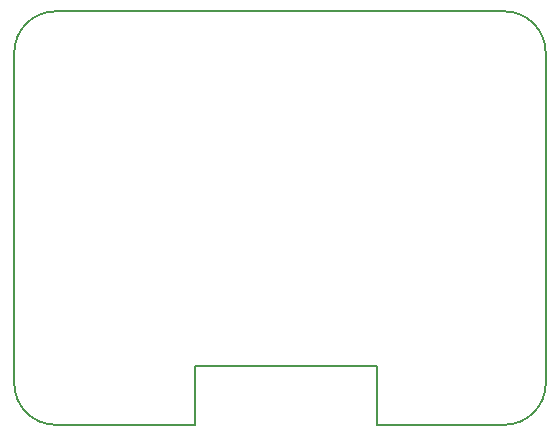
<source format=gm1>
G04 #@! TF.GenerationSoftware,KiCad,Pcbnew,8.0.7*
G04 #@! TF.CreationDate,2025-04-02T23:58:34+11:00*
G04 #@! TF.ProjectId,Ganglion_01,47616e67-6c69-46f6-9e5f-30312e6b6963,01*
G04 #@! TF.SameCoordinates,Original*
G04 #@! TF.FileFunction,Profile,NP*
%FSLAX46Y46*%
G04 Gerber Fmt 4.6, Leading zero omitted, Abs format (unit mm)*
G04 Created by KiCad (PCBNEW 8.0.7) date 2025-04-02 23:58:34*
%MOMM*%
%LPD*%
G01*
G04 APERTURE LIST*
G04 #@! TA.AperFunction,Profile*
%ADD10C,0.150000*%
G04 #@! TD*
G04 APERTURE END LIST*
D10*
X115300000Y-65000000D02*
X115300000Y-60000000D01*
X100000000Y-33500000D02*
G75*
G02*
X103500000Y-30000000I3500000J0D01*
G01*
X130700000Y-65000000D02*
X141500000Y-65000000D01*
X130700000Y-60000000D02*
X130700000Y-65000000D01*
X145000000Y-61500000D02*
X145000000Y-33500000D01*
X103500000Y-65000000D02*
X115300000Y-65000000D01*
X115300000Y-60000000D02*
X130700000Y-60000000D01*
X145000000Y-61500000D02*
G75*
G02*
X141500000Y-65000000I-3500000J0D01*
G01*
X141500000Y-30000000D02*
G75*
G02*
X145000000Y-33500000I0J-3500000D01*
G01*
X100000000Y-61500000D02*
X100000000Y-33500000D01*
X103500000Y-65000000D02*
G75*
G02*
X100000000Y-61500000I0J3500000D01*
G01*
X103500000Y-30000000D02*
X141500000Y-30000000D01*
M02*

</source>
